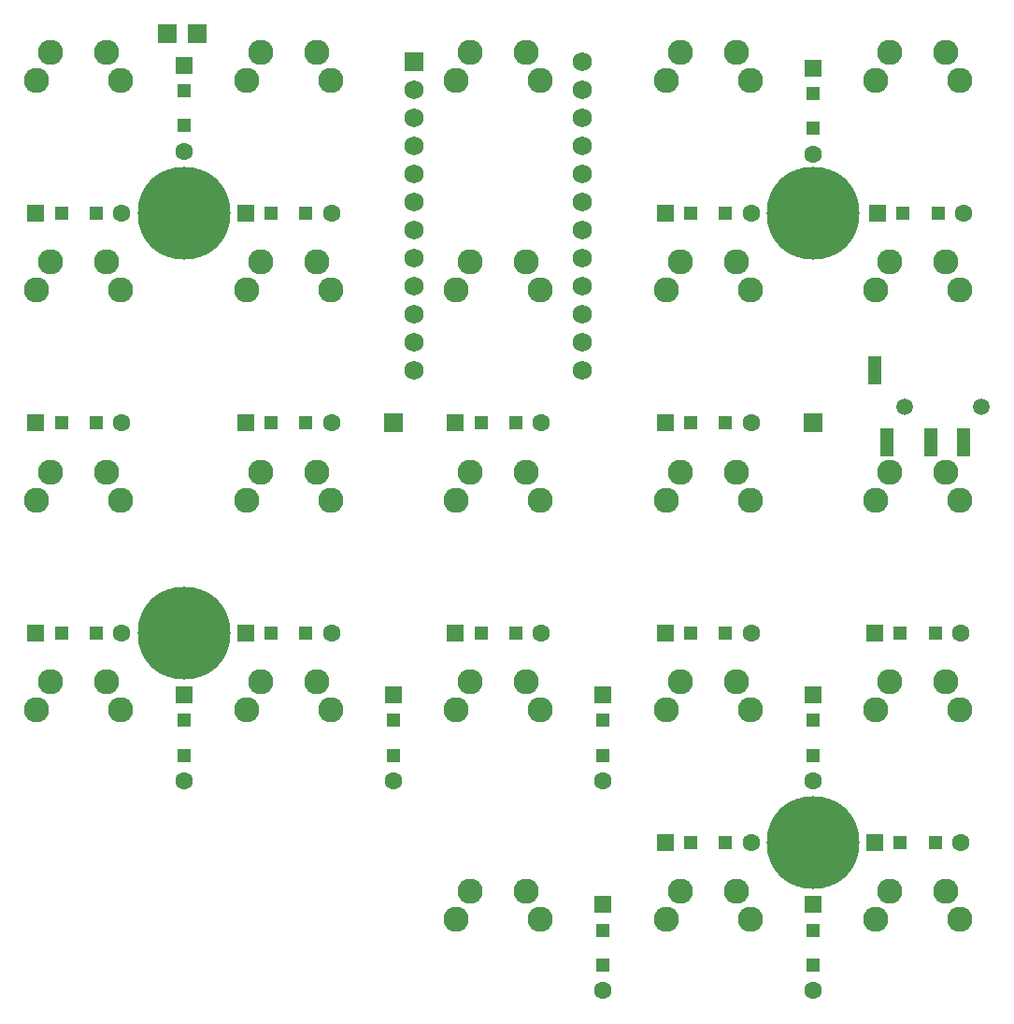
<source format=gts>
G04 #@! TF.FileFunction,Soldermask,Top*
%FSLAX46Y46*%
G04 Gerber Fmt 4.6, Leading zero omitted, Abs format (unit mm)*
G04 Created by KiCad (PCBNEW 4.0.7) date 2017 December 10, Sunday 13:49:37*
%MOMM*%
%LPD*%
G01*
G04 APERTURE LIST*
%ADD10C,0.100000*%
%ADD11C,2.286000*%
%ADD12C,8.400000*%
%ADD13R,1.200000X1.200000*%
%ADD14R,1.600000X1.600000*%
%ADD15C,1.600000*%
%ADD16R,1.700000X1.700000*%
%ADD17R,1.752600X1.752600*%
%ADD18C,1.752600*%
%ADD19R,1.200000X2.500000*%
%ADD20C,1.500000*%
G04 APERTURE END LIST*
D10*
D11*
X129540000Y-86920000D03*
X124460000Y-86920000D03*
X123190000Y-89460000D03*
X130810000Y-89460000D03*
D12*
X98500000Y-101500000D03*
X98500000Y-63500000D03*
X155500000Y-63500000D03*
X155500000Y-120500000D03*
D13*
X90575000Y-63500000D03*
X87425000Y-63500000D03*
D14*
X85100000Y-63500000D03*
D15*
X92900000Y-63500000D03*
D13*
X98500000Y-55575000D03*
X98500000Y-52425000D03*
D14*
X98500000Y-50100000D03*
D15*
X98500000Y-57900000D03*
D13*
X109575000Y-63500000D03*
X106425000Y-63500000D03*
D14*
X104100000Y-63500000D03*
D15*
X111900000Y-63500000D03*
D13*
X147575000Y-63500000D03*
X144425000Y-63500000D03*
D14*
X142100000Y-63500000D03*
D15*
X149900000Y-63500000D03*
D13*
X155500000Y-55825000D03*
X155500000Y-52675000D03*
D14*
X155500000Y-50350000D03*
D15*
X155500000Y-58150000D03*
D13*
X90575000Y-82500000D03*
X87425000Y-82500000D03*
D14*
X85100000Y-82500000D03*
D15*
X92900000Y-82500000D03*
D13*
X109575000Y-82500000D03*
X106425000Y-82500000D03*
D14*
X104100000Y-82500000D03*
D15*
X111900000Y-82500000D03*
D13*
X128575000Y-82500000D03*
X125425000Y-82500000D03*
D14*
X123100000Y-82500000D03*
D15*
X130900000Y-82500000D03*
D13*
X147575000Y-82500000D03*
X144425000Y-82500000D03*
D14*
X142100000Y-82500000D03*
D15*
X149900000Y-82500000D03*
D13*
X166825000Y-63500000D03*
X163675000Y-63500000D03*
D14*
X161350000Y-63500000D03*
D15*
X169150000Y-63500000D03*
D13*
X90575000Y-101500000D03*
X87425000Y-101500000D03*
D14*
X85100000Y-101500000D03*
D15*
X92900000Y-101500000D03*
D13*
X109575000Y-101500000D03*
X106425000Y-101500000D03*
D14*
X104100000Y-101500000D03*
D15*
X111900000Y-101500000D03*
D13*
X128575000Y-101500000D03*
X125425000Y-101500000D03*
D14*
X123100000Y-101500000D03*
D15*
X130900000Y-101500000D03*
D13*
X147575000Y-101500000D03*
X144425000Y-101500000D03*
D14*
X142100000Y-101500000D03*
D15*
X149900000Y-101500000D03*
D13*
X166575000Y-101500000D03*
X163425000Y-101500000D03*
D14*
X161100000Y-101500000D03*
D15*
X168900000Y-101500000D03*
D13*
X98500000Y-112575000D03*
X98500000Y-109425000D03*
D14*
X98500000Y-107100000D03*
D15*
X98500000Y-114900000D03*
D13*
X117500000Y-112575000D03*
X117500000Y-109425000D03*
D14*
X117500000Y-107100000D03*
D15*
X117500000Y-114900000D03*
D13*
X136500000Y-112575000D03*
X136500000Y-109425000D03*
D14*
X136500000Y-107100000D03*
D15*
X136500000Y-114900000D03*
D13*
X155500000Y-112575000D03*
X155500000Y-109425000D03*
D14*
X155500000Y-107100000D03*
D15*
X155500000Y-114900000D03*
D13*
X166575000Y-120500000D03*
X163425000Y-120500000D03*
D14*
X161100000Y-120500000D03*
D15*
X168900000Y-120500000D03*
D13*
X136500000Y-131575000D03*
X136500000Y-128425000D03*
D14*
X136500000Y-126100000D03*
D15*
X136500000Y-133900000D03*
D13*
X147575000Y-120500000D03*
X144425000Y-120500000D03*
D14*
X142100000Y-120500000D03*
D15*
X149900000Y-120500000D03*
D13*
X155500000Y-131575000D03*
X155500000Y-128425000D03*
D14*
X155500000Y-126100000D03*
D15*
X155500000Y-133900000D03*
D16*
X155500000Y-82500000D03*
X97000000Y-47250000D03*
D11*
X91540000Y-48920000D03*
X86460000Y-48920000D03*
X85190000Y-51460000D03*
X92810000Y-51460000D03*
X110540000Y-48920000D03*
X105460000Y-48920000D03*
X104190000Y-51460000D03*
X111810000Y-51460000D03*
X129540000Y-48920000D03*
X124460000Y-48920000D03*
X123190000Y-51460000D03*
X130810000Y-51460000D03*
X148540000Y-48920000D03*
X143460000Y-48920000D03*
X142190000Y-51460000D03*
X149810000Y-51460000D03*
X167540000Y-48920000D03*
X162460000Y-48920000D03*
X161190000Y-51460000D03*
X168810000Y-51460000D03*
X91540000Y-67920000D03*
X86460000Y-67920000D03*
X85190000Y-70460000D03*
X92810000Y-70460000D03*
X110540000Y-67920000D03*
X105460000Y-67920000D03*
X104190000Y-70460000D03*
X111810000Y-70460000D03*
X129540000Y-67920000D03*
X124460000Y-67920000D03*
X123190000Y-70460000D03*
X130810000Y-70460000D03*
X148540000Y-67920000D03*
X143460000Y-67920000D03*
X142190000Y-70460000D03*
X149810000Y-70460000D03*
X167540000Y-67920000D03*
X162460000Y-67920000D03*
X161190000Y-70460000D03*
X168810000Y-70460000D03*
X91540000Y-86920000D03*
X86460000Y-86920000D03*
X85190000Y-89460000D03*
X92810000Y-89460000D03*
X110540000Y-86920000D03*
X105460000Y-86920000D03*
X104190000Y-89460000D03*
X111810000Y-89460000D03*
X148540000Y-86920000D03*
X143460000Y-86920000D03*
X142190000Y-89460000D03*
X149810000Y-89460000D03*
X167540000Y-86920000D03*
X162460000Y-86920000D03*
X161190000Y-89460000D03*
X168810000Y-89460000D03*
X91540000Y-105920000D03*
X86460000Y-105920000D03*
X85190000Y-108460000D03*
X92810000Y-108460000D03*
X110540000Y-105920000D03*
X105460000Y-105920000D03*
X104190000Y-108460000D03*
X111810000Y-108460000D03*
X129540000Y-105920000D03*
X124460000Y-105920000D03*
X123190000Y-108460000D03*
X130810000Y-108460000D03*
X148540000Y-105920000D03*
X143460000Y-105920000D03*
X142190000Y-108460000D03*
X149810000Y-108460000D03*
X167540000Y-105920000D03*
X162460000Y-105920000D03*
X161190000Y-108460000D03*
X168810000Y-108460000D03*
X129540000Y-124920000D03*
X124460000Y-124920000D03*
X123190000Y-127460000D03*
X130810000Y-127460000D03*
X148540000Y-124920000D03*
X143460000Y-124920000D03*
X142190000Y-127460000D03*
X149810000Y-127460000D03*
X167540000Y-124920000D03*
X162460000Y-124920000D03*
X161190000Y-127460000D03*
X168810000Y-127460000D03*
D16*
X99750000Y-47250000D03*
X117500000Y-82500000D03*
D17*
X119380000Y-49780000D03*
D18*
X119380000Y-52320000D03*
X119380000Y-54860000D03*
X119380000Y-57400000D03*
X119380000Y-59940000D03*
X119380000Y-62480000D03*
X119380000Y-65020000D03*
X119380000Y-67560000D03*
X119380000Y-70100000D03*
X119380000Y-72640000D03*
X119380000Y-75180000D03*
X134620000Y-77720000D03*
X134620000Y-75180000D03*
X134620000Y-72640000D03*
X134620000Y-70100000D03*
X134620000Y-67560000D03*
X134620000Y-65020000D03*
X134620000Y-62480000D03*
X134620000Y-59940000D03*
X134620000Y-57400000D03*
X134620000Y-54860000D03*
X134620000Y-52320000D03*
X119380000Y-77720000D03*
X134620000Y-49780000D03*
D19*
X161075000Y-77750000D03*
X162175000Y-84250000D03*
X166175000Y-84250000D03*
X169175000Y-84250000D03*
D20*
X170775000Y-81000000D03*
X163775000Y-81000000D03*
M02*

</source>
